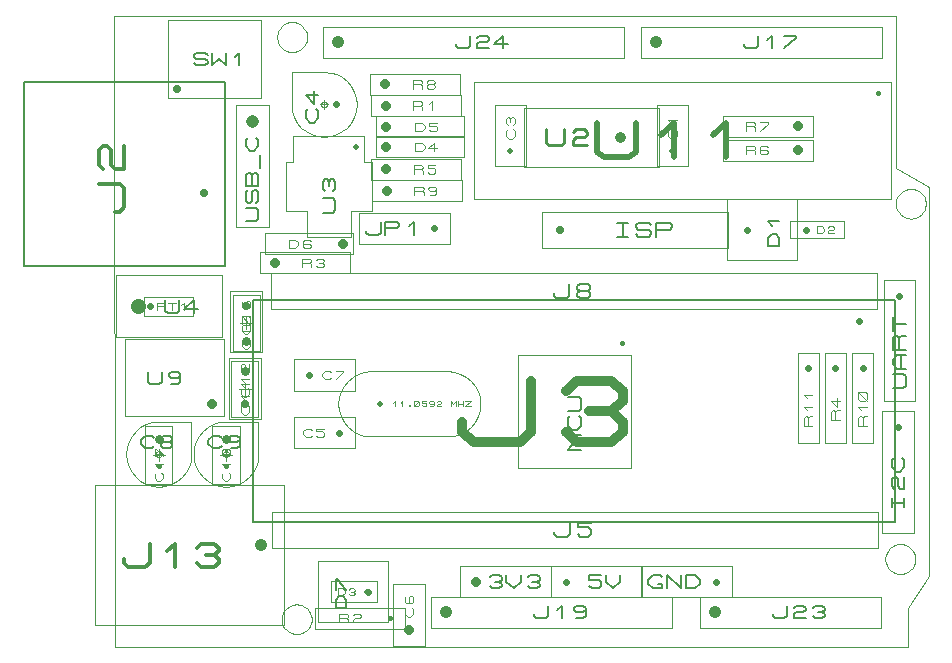
<source format=gbr>
G04 PROTEUS GERBER X2 FILE*
%TF.GenerationSoftware,Labcenter,Proteus,8.17-SP5-Build39395*%
%TF.CreationDate,2026-01-10T11:00:32+00:00*%
%TF.FileFunction,AssemblyDrawing,Top*%
%TF.FilePolarity,Positive*%
%TF.Part,Single*%
%TF.SameCoordinates,{bf2e7aaa-9c56-4ce5-bc4f-43878dba84a3}*%
%FSLAX45Y45*%
%MOMM*%
G01*
%TA.AperFunction,Material*%
%ADD114C,0.050000*%
%ADD115C,0.196630*%
%ADD56C,0.152400*%
%ADD116C,0.609600*%
%ADD117C,0.862680*%
%ADD118C,0.025400*%
%ADD119C,0.450000*%
%ADD120C,0.179890*%
%ADD58C,0.101600*%
%ADD121C,1.016000*%
%ADD122C,0.325540*%
%ADD123C,0.721360*%
%ADD124C,0.113750*%
%ADD125C,0.812800*%
%ADD126C,0.175420*%
%ADD127C,0.110420*%
%ADD128C,0.103120*%
%ADD62C,0.100000*%
%ADD129C,1.260000*%
%ADD130C,0.178630*%
%ADD131C,0.111760*%
%ADD132C,0.508000*%
%ADD133C,0.116840*%
%ADD134C,0.914400*%
%ADD135C,0.222330*%
%ADD136C,0.452000*%
%ADD137C,0.483910*%
%ADD138C,0.600000*%
%ADD139C,0.170500*%
%ADD140C,0.564000*%
%ADD141C,0.154260*%
%ADD142C,0.091580*%
%ADD143C,0.177800*%
%TA.AperFunction,Profile*%
%ADD51C,0.101600*%
%TA.AperFunction,Material*%
%ADD144C,0.524000*%
%ADD145C,0.711200*%
%ADD146C,0.520000*%
%ADD147C,0.091110*%
%ADD148C,1.117600*%
%ADD149C,0.164730*%
%ADD150C,0.168990*%
%ADD151C,0.660400*%
%ADD152C,0.356950*%
%ADD153C,0.115140*%
%ADD154C,0.523240*%
%ADD155C,0.069580*%
%ADD156C,0.420000*%
%ADD157C,0.113450*%
%ADD158C,0.406400*%
%TD.AperFunction*%
D114*
X-2680000Y+5408000D02*
X-2680000Y+5712000D01*
X+2450000Y+5712000D01*
X+2450000Y+5408000D01*
X-2680000Y+5408000D01*
D115*
X-291968Y+5540336D02*
X-291968Y+5520673D01*
X-269847Y+5501010D01*
X-181363Y+5501010D01*
X-159242Y+5520673D01*
X-159242Y+5618989D01*
X+17726Y+5618989D02*
X-92879Y+5618989D01*
X-92879Y+5579663D01*
X-4395Y+5579663D01*
X+17726Y+5560000D01*
X+17726Y+5520673D01*
X-4395Y+5501010D01*
X-70758Y+5501010D01*
X-92879Y+5520673D01*
D56*
X-2837963Y+7501800D02*
X+2597637Y+7501800D01*
X+2597637Y+5622200D01*
X-2837963Y+5622200D01*
X-2837963Y+7501800D01*
X+2597637Y+7501800D01*
X+2597637Y+5622200D01*
X-2837963Y+5622200D01*
X-2837963Y+7501800D01*
D116*
X+2292837Y+7324000D02*
X+2292837Y+7324000D01*
D117*
X-1068029Y+6475732D02*
X-1068029Y+6389463D01*
X-970977Y+6303195D01*
X-582769Y+6303195D01*
X-485717Y+6389463D01*
X-485717Y+6820806D01*
X-194561Y+6734537D02*
X-97509Y+6820806D01*
X+193647Y+6820806D01*
X+290699Y+6734537D01*
X+290699Y+6648269D01*
X+193647Y+6562000D01*
X+290699Y+6475732D01*
X+290699Y+6389463D01*
X+193647Y+6303195D01*
X-97509Y+6303195D01*
X-194561Y+6389463D01*
X-457Y+6562000D02*
X+193647Y+6562000D01*
D114*
X+2445000Y+7732000D02*
X+2445000Y+7428000D01*
X-2685000Y+7428000D01*
X-2685000Y+7732000D01*
X+2445000Y+7732000D01*
D115*
X-296968Y+7560336D02*
X-296968Y+7540673D01*
X-274847Y+7521010D01*
X-186363Y+7521010D01*
X-164242Y+7540673D01*
X-164242Y+7638989D01*
X-75758Y+7580000D02*
X-97879Y+7599663D01*
X-97879Y+7619326D01*
X-75758Y+7638989D01*
X-9395Y+7638989D01*
X+12726Y+7619326D01*
X+12726Y+7599663D01*
X-9395Y+7580000D01*
X-75758Y+7580000D01*
X-97879Y+7560336D01*
X-97879Y+7540673D01*
X-75758Y+7521010D01*
X-9395Y+7521010D01*
X+12726Y+7540673D01*
X+12726Y+7560336D01*
X-9395Y+7580000D01*
D118*
X-600163Y+6082000D02*
X+359837Y+6082000D01*
X+359837Y+7042000D01*
X-600163Y+7042000D01*
X-600163Y+6082000D01*
D119*
X+279837Y+7142000D02*
X+279837Y+7142000D01*
D120*
X-66194Y+6238186D02*
X-174132Y+6238186D01*
X-120163Y+6298901D01*
X-174132Y+6359616D01*
X-66194Y+6359616D01*
X-84184Y+6521523D02*
X-66194Y+6501284D01*
X-66194Y+6440569D01*
X-102173Y+6400093D01*
X-138153Y+6400093D01*
X-174132Y+6440569D01*
X-174132Y+6501284D01*
X-156142Y+6521523D01*
X-174132Y+6562000D02*
X-84184Y+6562000D01*
X-66194Y+6582238D01*
X-66194Y+6663191D01*
X-84184Y+6683430D01*
X-174132Y+6683430D01*
X-138153Y+6764383D02*
X-174132Y+6804860D01*
X-66194Y+6804860D01*
D58*
X-4175080Y+4752200D02*
X-2579500Y+4752200D01*
X-2579500Y+5935080D01*
X-4175080Y+5935080D01*
X-4175080Y+4752200D01*
D121*
X-2770000Y+5430000D02*
X-2770000Y+5430000D01*
D122*
X-3937423Y+5311085D02*
X-3937423Y+5278531D01*
X-3900800Y+5245976D01*
X-3754305Y+5245976D01*
X-3717682Y+5278531D01*
X-3717682Y+5441303D01*
X-3571187Y+5376194D02*
X-3497940Y+5441303D01*
X-3497940Y+5245976D01*
X-3314822Y+5408748D02*
X-3278198Y+5441303D01*
X-3168327Y+5441303D01*
X-3131704Y+5408748D01*
X-3131704Y+5376194D01*
X-3168327Y+5343640D01*
X-3131704Y+5311085D01*
X-3131704Y+5278531D01*
X-3168327Y+5245976D01*
X-3278198Y+5245976D01*
X-3314822Y+5278531D01*
X-3241575Y+5343640D02*
X-3168327Y+5343640D01*
D114*
X-3025000Y+6985000D02*
X-3025000Y+6515000D01*
X-2795000Y+6515000D01*
X-2795000Y+6985000D01*
X-3025000Y+6985000D01*
X-2860000Y+6750000D02*
X-2960000Y+6750000D01*
X-2910000Y+6700000D02*
X-2910000Y+6800000D01*
D123*
X-2910000Y+6900000D02*
X-2910000Y+6900000D01*
D124*
X-2887249Y+6611430D02*
X-2875873Y+6598633D01*
X-2875873Y+6560240D01*
X-2898624Y+6534645D01*
X-2921376Y+6534645D01*
X-2944127Y+6560240D01*
X-2944127Y+6598633D01*
X-2932751Y+6611430D01*
X-2921376Y+6662621D02*
X-2944127Y+6688216D01*
X-2875873Y+6688216D01*
X-2921376Y+6765002D02*
X-2944127Y+6790597D01*
X-2875873Y+6790597D01*
D58*
X-3921520Y+6520940D02*
X-3088400Y+6520940D01*
X-3088400Y+7171180D01*
X-3921520Y+7171180D01*
X-3921520Y+6520940D01*
D125*
X-3190000Y+6620000D02*
X-3190000Y+6620000D01*
D126*
X-3733966Y+6898689D02*
X-3733966Y+6810974D01*
X-3714231Y+6793431D01*
X-3635288Y+6793431D01*
X-3615552Y+6810974D01*
X-3615552Y+6898689D01*
X-3457666Y+6863603D02*
X-3477402Y+6846060D01*
X-3536609Y+6846060D01*
X-3556345Y+6863603D01*
X-3556345Y+6881146D01*
X-3536609Y+6898689D01*
X-3477402Y+6898689D01*
X-3457666Y+6881146D01*
X-3457666Y+6810974D01*
X-3477402Y+6793431D01*
X-3536609Y+6793431D01*
D114*
X-3755000Y+6440000D02*
X-3755000Y+5950000D01*
X-3525000Y+5950000D01*
X-3525000Y+6440000D01*
X-3755000Y+6440000D01*
X-3590000Y+6195000D02*
X-3690000Y+6195000D01*
X-3640000Y+6145000D02*
X-3640000Y+6245000D01*
D123*
X-3640000Y+6325000D02*
X-3640000Y+6325000D01*
D127*
X-3617915Y+6043680D02*
X-3606872Y+6031258D01*
X-3606872Y+5993990D01*
X-3628957Y+5969145D01*
X-3651042Y+5969145D01*
X-3673127Y+5993990D01*
X-3673127Y+6031258D01*
X-3662084Y+6043680D01*
X-3651042Y+6093371D02*
X-3673127Y+6118216D01*
X-3606872Y+6118216D01*
X-3673127Y+6180329D02*
X-3673127Y+6242442D01*
X-3662084Y+6242442D01*
X-3606872Y+6180329D01*
D114*
X-3185000Y+6440000D02*
X-3185000Y+5950000D01*
X-2955000Y+5950000D01*
X-2955000Y+6440000D01*
X-3185000Y+6440000D01*
X-3020000Y+6195000D02*
X-3120000Y+6195000D01*
X-3070000Y+6145000D02*
X-3070000Y+6245000D01*
D123*
X-3070000Y+6325000D02*
X-3070000Y+6325000D01*
D127*
X-3047915Y+6043680D02*
X-3036872Y+6031258D01*
X-3036872Y+5993990D01*
X-3058957Y+5969145D01*
X-3081042Y+5969145D01*
X-3103127Y+5993990D01*
X-3103127Y+6031258D01*
X-3092084Y+6043680D01*
X-3081042Y+6093371D02*
X-3103127Y+6118216D01*
X-3036872Y+6118216D01*
X-3070000Y+6192752D02*
X-3081042Y+6180329D01*
X-3092084Y+6180329D01*
X-3103127Y+6192752D01*
X-3103127Y+6230020D01*
X-3092084Y+6242442D01*
X-3081042Y+6242442D01*
X-3070000Y+6230020D01*
X-3070000Y+6192752D01*
X-3058957Y+6180329D01*
X-3047915Y+6180329D01*
X-3036872Y+6192752D01*
X-3036872Y+6230020D01*
X-3047915Y+6242442D01*
X-3058957Y+6242442D01*
X-3070000Y+6230020D01*
D58*
X-3765760Y+7371260D02*
X-3349200Y+7371260D01*
X-3349200Y+7528740D01*
X-3765760Y+7528740D01*
X-3765760Y+7371260D01*
D116*
X-3714960Y+7450000D02*
X-3714960Y+7450000D01*
D128*
X-3656056Y+7419062D02*
X-3656056Y+7480937D01*
X-3598050Y+7480937D01*
X-3586448Y+7470624D01*
X-3586448Y+7460312D01*
X-3598050Y+7450000D01*
X-3656056Y+7450000D01*
X-3598050Y+7450000D02*
X-3586448Y+7439687D01*
X-3586448Y+7419062D01*
X-3563245Y+7480937D02*
X-3493637Y+7480937D01*
X-3528441Y+7480937D02*
X-3528441Y+7419062D01*
X-3447232Y+7460312D02*
X-3424029Y+7480937D01*
X-3424029Y+7419062D01*
D62*
X-4002000Y+7188000D02*
X-3102000Y+7188000D01*
X-3102000Y+7712000D01*
X-4002000Y+7712000D01*
X-4002000Y+7188000D01*
D129*
X-3814000Y+7450000D02*
X-3814000Y+7450000D01*
D130*
X-3584770Y+7503590D02*
X-3584770Y+7414273D01*
X-3564674Y+7396409D01*
X-3484289Y+7396409D01*
X-3464193Y+7414273D01*
X-3464193Y+7503590D01*
X-3303423Y+7432136D02*
X-3424000Y+7432136D01*
X-3343615Y+7503590D01*
X-3343615Y+7396409D01*
D58*
X-1652080Y+4577920D02*
X-1387920Y+4577920D01*
X-1387920Y+5096080D01*
X-1652080Y+5096080D01*
X-1652080Y+4577920D01*
D125*
X-1520000Y+4710000D02*
X-1520000Y+4710000D01*
D131*
X-1497648Y+4898214D02*
X-1486472Y+4885641D01*
X-1486472Y+4847922D01*
X-1508824Y+4822776D01*
X-1531176Y+4822776D01*
X-1553528Y+4847922D01*
X-1553528Y+4885641D01*
X-1542352Y+4898214D01*
X-1542352Y+4998798D02*
X-1553528Y+4986225D01*
X-1553528Y+4948506D01*
X-1542352Y+4935933D01*
X-1497648Y+4935933D01*
X-1486472Y+4948506D01*
X-1486472Y+4986225D01*
X-1497648Y+4998798D01*
X-1508824Y+4998798D01*
X-1520000Y+4986225D01*
X-1520000Y+4935933D01*
D58*
X-794080Y+8636920D02*
X-529920Y+8636920D01*
X-529920Y+9155080D01*
X-794080Y+9155080D01*
X-794080Y+8636920D01*
D132*
X-662000Y+8769000D02*
X-662000Y+8769000D01*
D133*
X-638632Y+8948451D02*
X-626948Y+8935306D01*
X-626948Y+8895873D01*
X-650316Y+8869584D01*
X-673684Y+8869584D01*
X-697052Y+8895873D01*
X-697052Y+8935306D01*
X-685368Y+8948451D01*
X-685368Y+8987884D02*
X-697052Y+9001029D01*
X-697052Y+9040462D01*
X-685368Y+9053607D01*
X-673684Y+9053607D01*
X-662000Y+9040462D01*
X-650316Y+9053607D01*
X-638632Y+9053607D01*
X-626948Y+9040462D01*
X-626948Y+9001029D01*
X-638632Y+8987884D01*
X-662000Y+9014173D02*
X-662000Y+9040462D01*
D58*
X-545695Y+8634387D02*
X+596905Y+8634387D01*
X+596905Y+9129613D01*
X-545695Y+9129613D01*
X-545695Y+8634387D01*
D134*
X+269605Y+8882000D02*
X+269605Y+8882000D01*
D135*
X-361002Y+8948699D02*
X-361002Y+8837534D01*
X-335990Y+8815301D01*
X-235942Y+8815301D01*
X-210930Y+8837534D01*
X-210930Y+8948699D01*
X-135893Y+8926466D02*
X-110881Y+8948699D01*
X-35845Y+8948699D01*
X-10833Y+8926466D01*
X-10833Y+8904233D01*
X-35845Y+8882000D01*
X-110881Y+8882000D01*
X-135893Y+8859767D01*
X-135893Y+8815301D01*
X-10833Y+8815301D01*
D114*
X-970000Y+8363000D02*
X+2560000Y+8363000D01*
X+2560000Y+9351000D01*
X-970000Y+9351000D01*
X-970000Y+8363000D01*
D136*
X+2446000Y+9254000D02*
X+2446000Y+9254000D01*
D137*
X+72170Y+9002173D02*
X+72170Y+8760217D01*
X+126610Y+8711826D01*
X+344370Y+8711826D01*
X+398810Y+8760217D01*
X+398810Y+9002173D01*
X+616570Y+8905391D02*
X+725450Y+9002173D01*
X+725450Y+8711826D01*
X+1052090Y+8905391D02*
X+1160970Y+9002173D01*
X+1160970Y+8711826D01*
D114*
X-2215000Y+9160000D02*
X-2215086Y+9162076D01*
X-2215788Y+9166229D01*
X-2217258Y+9170382D01*
X-2219660Y+9174535D01*
X-2223333Y+9178634D01*
X-2227486Y+9181643D01*
X-2231639Y+9183560D01*
X-2235792Y+9184643D01*
X-2239945Y+9185000D01*
X-2240000Y+9185000D01*
X-2265000Y+9160000D02*
X-2264914Y+9162076D01*
X-2264212Y+9166229D01*
X-2262742Y+9170382D01*
X-2260340Y+9174535D01*
X-2256667Y+9178634D01*
X-2252514Y+9181643D01*
X-2248361Y+9183560D01*
X-2244208Y+9184643D01*
X-2240055Y+9185000D01*
X-2240000Y+9185000D01*
X-2265000Y+9160000D02*
X-2264914Y+9157924D01*
X-2264212Y+9153771D01*
X-2262742Y+9149618D01*
X-2260340Y+9145465D01*
X-2256667Y+9141366D01*
X-2252514Y+9138357D01*
X-2248361Y+9136440D01*
X-2244208Y+9135357D01*
X-2240055Y+9135000D01*
X-2240000Y+9135000D01*
X-2215000Y+9160000D02*
X-2215086Y+9157924D01*
X-2215788Y+9153771D01*
X-2217258Y+9149618D01*
X-2219660Y+9145465D01*
X-2223333Y+9141366D01*
X-2227486Y+9138357D01*
X-2231639Y+9136440D01*
X-2235792Y+9135357D01*
X-2239945Y+9135000D01*
X-2240000Y+9135000D01*
X-2205000Y+9160000D02*
X-2275000Y+9160000D01*
X-2240000Y+9195000D02*
X-2240000Y+9125000D01*
X-2515000Y+9435000D02*
X-2515000Y+9160000D01*
X-2509528Y+9103772D01*
X-2493784Y+9051773D01*
X-2468775Y+9005011D01*
X-2435508Y+8964492D01*
X-2394990Y+8931225D01*
X-2348227Y+8906216D01*
X-2296228Y+8890472D01*
X-2240000Y+8885000D01*
X-2183772Y+8890472D01*
X-2131773Y+8906216D01*
X-2085010Y+8931225D01*
X-2044492Y+8964492D01*
X-2011225Y+9005011D01*
X-1986216Y+9051773D01*
X-1970472Y+9103772D01*
X-1965000Y+9160000D01*
X-1970472Y+9216228D01*
X-1986216Y+9268227D01*
X-2011225Y+9314989D01*
X-2044492Y+9355508D01*
X-2085010Y+9388775D01*
X-2131773Y+9413784D01*
X-2183772Y+9429528D01*
X-2240000Y+9435000D01*
X-2515000Y+9435000D01*
D138*
X-2140000Y+9160000D02*
X-2140000Y+9160000D01*
D139*
X-2309650Y+9121637D02*
X-2292600Y+9102456D01*
X-2292600Y+9044912D01*
X-2326700Y+9006550D01*
X-2360800Y+9006550D01*
X-2394900Y+9044912D01*
X-2394900Y+9102456D01*
X-2377850Y+9121637D01*
X-2326700Y+9275087D02*
X-2326700Y+9160000D01*
X-2394900Y+9236725D01*
X-2292600Y+9236725D01*
D58*
X-1800900Y+8711100D02*
X-1051100Y+8711100D01*
X-1051100Y+8888900D01*
X-1800900Y+8888900D01*
X-1800900Y+8711100D01*
D125*
X-1712000Y+8800000D02*
X-1712000Y+8800000D01*
D133*
X-1466842Y+8764796D02*
X-1466842Y+8835204D01*
X-1414036Y+8835204D01*
X-1387633Y+8811735D01*
X-1387633Y+8788265D01*
X-1414036Y+8764796D01*
X-1466842Y+8764796D01*
X-1282021Y+8788265D02*
X-1361230Y+8788265D01*
X-1308424Y+8835204D01*
X-1308424Y+8764796D01*
D58*
X-1841000Y+8520698D02*
X-1079000Y+8520698D01*
X-1079000Y+8698498D01*
X-1841000Y+8698498D01*
X-1841000Y+8520698D01*
D125*
X-1714000Y+8609598D02*
X-1714000Y+8609598D01*
D133*
X-1481792Y+8574394D02*
X-1481792Y+8644802D01*
X-1415785Y+8644802D01*
X-1402583Y+8633067D01*
X-1402583Y+8621333D01*
X-1415785Y+8609598D01*
X-1481792Y+8609598D01*
X-1415785Y+8609598D02*
X-1402583Y+8597863D01*
X-1402583Y+8574394D01*
X-1296971Y+8644802D02*
X-1362979Y+8644802D01*
X-1362979Y+8621333D01*
X-1310173Y+8621333D01*
X-1296971Y+8609598D01*
X-1296971Y+8586129D01*
X-1310173Y+8574394D01*
X-1349777Y+8574394D01*
X-1362979Y+8586129D01*
D58*
X+577920Y+8637920D02*
X+842080Y+8637920D01*
X+842080Y+9156080D01*
X+577920Y+9156080D01*
X+577920Y+8637920D01*
D132*
X+710000Y+8770000D02*
X+710000Y+8770000D01*
D133*
X+733368Y+8949451D02*
X+745052Y+8936306D01*
X+745052Y+8896873D01*
X+721684Y+8870584D01*
X+698316Y+8870584D01*
X+674948Y+8896873D01*
X+674948Y+8936306D01*
X+686632Y+8949451D01*
X+698316Y+9002029D02*
X+674948Y+9028318D01*
X+745052Y+9028318D01*
D58*
X-1845000Y+9061100D02*
X-1083000Y+9061100D01*
X-1083000Y+9238900D01*
X-1845000Y+9238900D01*
X-1845000Y+9061100D01*
D125*
X-1718000Y+9150000D02*
X-1718000Y+9150000D01*
D133*
X-1485792Y+9114796D02*
X-1485792Y+9185204D01*
X-1419785Y+9185204D01*
X-1406583Y+9173469D01*
X-1406583Y+9161735D01*
X-1419785Y+9150000D01*
X-1485792Y+9150000D01*
X-1419785Y+9150000D02*
X-1406583Y+9138265D01*
X-1406583Y+9114796D01*
X-1353777Y+9161735D02*
X-1327374Y+9185204D01*
X-1327374Y+9114796D01*
D58*
X-1800900Y+8881100D02*
X-1051100Y+8881100D01*
X-1051100Y+9058900D01*
X-1800900Y+9058900D01*
X-1800900Y+8881100D01*
D125*
X-1712000Y+8970000D02*
X-1712000Y+8970000D01*
D133*
X-1466842Y+8934796D02*
X-1466842Y+9005204D01*
X-1414036Y+9005204D01*
X-1387633Y+8981735D01*
X-1387633Y+8958265D01*
X-1414036Y+8934796D01*
X-1466842Y+8934796D01*
X-1282021Y+9005204D02*
X-1348029Y+9005204D01*
X-1348029Y+8981735D01*
X-1295223Y+8981735D01*
X-1282021Y+8970000D01*
X-1282021Y+8946531D01*
X-1295223Y+8934796D01*
X-1334827Y+8934796D01*
X-1348029Y+8946531D01*
D62*
X+1169000Y+7841000D02*
X+1765000Y+7841000D01*
X+1765000Y+8359000D01*
X+1169000Y+8359000D01*
X+1169000Y+7841000D01*
D140*
X+1340000Y+8100000D02*
X+1340000Y+8100000D01*
D141*
X+1615378Y+7961166D02*
X+1522822Y+7961166D01*
X+1522822Y+8030583D01*
X+1553674Y+8065291D01*
X+1584526Y+8065291D01*
X+1615378Y+8030583D01*
X+1615378Y+7961166D01*
X+1553674Y+8134708D02*
X+1522822Y+8169417D01*
X+1615378Y+8169417D01*
D58*
X+1705000Y+8029500D02*
X+2164500Y+8029500D01*
X+2164500Y+8170500D01*
X+1705000Y+8170500D01*
X+1705000Y+8029500D01*
D140*
X+1840000Y+8100000D02*
X+1840000Y+8100000D01*
D142*
X+1933921Y+8072523D02*
X+1933921Y+8127476D01*
X+1975135Y+8127476D01*
X+1995742Y+8109158D01*
X+1995742Y+8090841D01*
X+1975135Y+8072523D01*
X+1933921Y+8072523D01*
X+2026653Y+8118317D02*
X+2036957Y+8127476D01*
X+2067868Y+8127476D01*
X+2078171Y+8118317D01*
X+2078171Y+8109158D01*
X+2067868Y+8100000D01*
X+2036957Y+8100000D01*
X+2026653Y+8090841D01*
X+2026653Y+8072523D01*
X+2078171Y+8072523D01*
D58*
X-2250806Y+9555920D02*
X+299354Y+9555920D01*
X+299354Y+9820080D01*
X-2250806Y+9820080D01*
X-2250806Y+9555920D01*
D121*
X-2118726Y+9688000D02*
X-2118726Y+9688000D01*
D143*
X-1124316Y+9670220D02*
X-1124316Y+9652440D01*
X-1104314Y+9634660D01*
X-1024304Y+9634660D01*
X-1004301Y+9652440D01*
X-1004301Y+9741340D01*
X-944294Y+9723560D02*
X-924291Y+9741340D01*
X-864284Y+9741340D01*
X-844281Y+9723560D01*
X-844281Y+9705780D01*
X-864284Y+9688000D01*
X-924291Y+9688000D01*
X-944294Y+9670220D01*
X-944294Y+9634660D01*
X-844281Y+9634660D01*
X-684261Y+9670220D02*
X-804276Y+9670220D01*
X-724266Y+9741340D01*
X-724266Y+9634660D01*
D58*
X+441594Y+9555920D02*
X+2483754Y+9555920D01*
X+2483754Y+9820080D01*
X+441594Y+9820080D01*
X+441594Y+9555920D01*
D121*
X+573674Y+9688000D02*
X+573674Y+9688000D01*
D143*
X+1314084Y+9670220D02*
X+1314084Y+9652440D01*
X+1334086Y+9634660D01*
X+1414096Y+9634660D01*
X+1434099Y+9652440D01*
X+1434099Y+9741340D01*
X+1514109Y+9705780D02*
X+1554114Y+9741340D01*
X+1554114Y+9634660D01*
X+1654126Y+9741340D02*
X+1754139Y+9741340D01*
X+1754139Y+9723560D01*
X+1654126Y+9634660D01*
D58*
X-1336406Y+4729920D02*
X+705754Y+4729920D01*
X+705754Y+4994080D01*
X-1336406Y+4994080D01*
X-1336406Y+4729920D01*
D121*
X-1204326Y+4862000D02*
X-1204326Y+4862000D01*
D143*
X-463916Y+4844220D02*
X-463916Y+4826440D01*
X-443914Y+4808660D01*
X-363904Y+4808660D01*
X-343901Y+4826440D01*
X-343901Y+4915340D01*
X-263891Y+4879780D02*
X-223886Y+4915340D01*
X-223886Y+4808660D01*
X-23861Y+4879780D02*
X-43864Y+4862000D01*
X-103871Y+4862000D01*
X-123874Y+4879780D01*
X-123874Y+4897560D01*
X-103871Y+4915340D01*
X-43864Y+4915340D01*
X-23861Y+4897560D01*
X-23861Y+4826440D01*
X-43864Y+4808660D01*
X-103871Y+4808660D01*
D58*
X+939594Y+4729920D02*
X+2473754Y+4729920D01*
X+2473754Y+4994080D01*
X+939594Y+4994080D01*
X+939594Y+4729920D01*
D121*
X+1071674Y+4862000D02*
X+1071674Y+4862000D01*
D143*
X+1558084Y+4844220D02*
X+1558084Y+4826440D01*
X+1578086Y+4808660D01*
X+1658096Y+4808660D01*
X+1678099Y+4826440D01*
X+1678099Y+4915340D01*
X+1738106Y+4897560D02*
X+1758109Y+4915340D01*
X+1818116Y+4915340D01*
X+1838119Y+4897560D01*
X+1838119Y+4879780D01*
X+1818116Y+4862000D01*
X+1758109Y+4862000D01*
X+1738106Y+4844220D01*
X+1738106Y+4808660D01*
X+1838119Y+4808660D01*
X+1898126Y+4897560D02*
X+1918129Y+4915340D01*
X+1978136Y+4915340D01*
X+1998139Y+4897560D01*
X+1998139Y+4879780D01*
X+1978136Y+4862000D01*
X+1998139Y+4844220D01*
X+1998139Y+4826440D01*
X+1978136Y+4808660D01*
X+1918129Y+4808660D01*
X+1898126Y+4826440D01*
X+1938131Y+4862000D02*
X+1978136Y+4862000D01*
D51*
X+2700000Y+4900000D02*
X+2880000Y+5170000D01*
X+2700000Y+4570000D02*
X-4010000Y+4570000D01*
X-4020000Y+9910000D01*
X+2600000Y+9910000D01*
X+2600000Y+8620000D01*
X+2880000Y+8460000D01*
X+2880000Y+5170000D01*
X-2384640Y+9730249D02*
X-2385066Y+9740627D01*
X-2388528Y+9761385D01*
X-2395763Y+9782143D01*
X-2407557Y+9802901D01*
X-2425602Y+9823498D01*
X-2446360Y+9838972D01*
X-2467118Y+9848925D01*
X-2487876Y+9854691D01*
X-2508634Y+9856842D01*
X-2511260Y+9856869D01*
X-2637880Y+9730249D02*
X-2637454Y+9740627D01*
X-2633992Y+9761385D01*
X-2626757Y+9782143D01*
X-2614963Y+9802901D01*
X-2596918Y+9823498D01*
X-2576160Y+9838972D01*
X-2555402Y+9848925D01*
X-2534644Y+9854691D01*
X-2513886Y+9856842D01*
X-2511260Y+9856869D01*
X-2637880Y+9730249D02*
X-2637454Y+9719871D01*
X-2633992Y+9699113D01*
X-2626757Y+9678355D01*
X-2614963Y+9657597D01*
X-2596918Y+9637000D01*
X-2576160Y+9621526D01*
X-2555402Y+9611573D01*
X-2534644Y+9605807D01*
X-2513886Y+9603656D01*
X-2511260Y+9603629D01*
X-2384640Y+9730249D02*
X-2385066Y+9719871D01*
X-2388528Y+9699113D01*
X-2395763Y+9678355D01*
X-2407557Y+9657597D01*
X-2425602Y+9637000D01*
X-2446360Y+9621526D01*
X-2467118Y+9611573D01*
X-2487876Y+9605807D01*
X-2508634Y+9603656D01*
X-2511260Y+9603629D01*
X+2765360Y+5310249D02*
X+2764934Y+5320627D01*
X+2761472Y+5341385D01*
X+2754237Y+5362143D01*
X+2742443Y+5382901D01*
X+2724398Y+5403498D01*
X+2703640Y+5418972D01*
X+2682882Y+5428925D01*
X+2662124Y+5434691D01*
X+2641366Y+5436842D01*
X+2638740Y+5436869D01*
X+2512120Y+5310249D02*
X+2512546Y+5320627D01*
X+2516008Y+5341385D01*
X+2523243Y+5362143D01*
X+2535037Y+5382901D01*
X+2553082Y+5403498D01*
X+2573840Y+5418972D01*
X+2594598Y+5428925D01*
X+2615356Y+5434691D01*
X+2636114Y+5436842D01*
X+2638740Y+5436869D01*
X+2512120Y+5310249D02*
X+2512546Y+5299871D01*
X+2516008Y+5279113D01*
X+2523243Y+5258355D01*
X+2535037Y+5237597D01*
X+2553082Y+5217000D01*
X+2573840Y+5201526D01*
X+2594598Y+5191573D01*
X+2615356Y+5185807D01*
X+2636114Y+5183656D01*
X+2638740Y+5183629D01*
X+2765360Y+5310249D02*
X+2764934Y+5299871D01*
X+2761472Y+5279113D01*
X+2754237Y+5258355D01*
X+2742443Y+5237597D01*
X+2724398Y+5217000D01*
X+2703640Y+5201526D01*
X+2682882Y+5191573D01*
X+2662124Y+5185807D01*
X+2641366Y+5183656D01*
X+2638740Y+5183629D01*
X-2344640Y+4800249D02*
X-2345066Y+4810627D01*
X-2348528Y+4831385D01*
X-2355763Y+4852143D01*
X-2367557Y+4872901D01*
X-2385602Y+4893498D01*
X-2406360Y+4908972D01*
X-2427118Y+4918925D01*
X-2447876Y+4924691D01*
X-2468634Y+4926842D01*
X-2471260Y+4926869D01*
X-2597880Y+4800249D02*
X-2597454Y+4810627D01*
X-2593992Y+4831385D01*
X-2586757Y+4852143D01*
X-2574963Y+4872901D01*
X-2556918Y+4893498D01*
X-2536160Y+4908972D01*
X-2515402Y+4918925D01*
X-2494644Y+4924691D01*
X-2473886Y+4926842D01*
X-2471260Y+4926869D01*
X-2597880Y+4800249D02*
X-2597454Y+4789871D01*
X-2593992Y+4769113D01*
X-2586757Y+4748355D01*
X-2574963Y+4727597D01*
X-2556918Y+4707000D01*
X-2536160Y+4691526D01*
X-2515402Y+4681573D01*
X-2494644Y+4675807D01*
X-2473886Y+4673656D01*
X-2471260Y+4673629D01*
X-2344640Y+4800249D02*
X-2345066Y+4789871D01*
X-2348528Y+4769113D01*
X-2355763Y+4748355D01*
X-2367557Y+4727597D01*
X-2385602Y+4707000D01*
X-2406360Y+4691526D01*
X-2427118Y+4681573D01*
X-2447876Y+4675807D01*
X-2468634Y+4673656D01*
X-2471260Y+4673629D01*
X+2855396Y+8320499D02*
X+2854970Y+8330877D01*
X+2851508Y+8351635D01*
X+2844273Y+8372393D01*
X+2832479Y+8393151D01*
X+2814434Y+8413748D01*
X+2793676Y+8429222D01*
X+2772918Y+8439175D01*
X+2752160Y+8444941D01*
X+2731402Y+8447092D01*
X+2728776Y+8447119D01*
X+2602156Y+8320499D02*
X+2602582Y+8330877D01*
X+2606044Y+8351635D01*
X+2613279Y+8372393D01*
X+2625073Y+8393151D01*
X+2643118Y+8413748D01*
X+2663876Y+8429222D01*
X+2684634Y+8439175D01*
X+2705392Y+8444941D01*
X+2726150Y+8447092D01*
X+2728776Y+8447119D01*
X+2602156Y+8320499D02*
X+2602582Y+8310121D01*
X+2606044Y+8289363D01*
X+2613279Y+8268605D01*
X+2625073Y+8247847D01*
X+2643118Y+8227250D01*
X+2663876Y+8211776D01*
X+2684634Y+8201823D01*
X+2705392Y+8196057D01*
X+2726150Y+8193906D01*
X+2728776Y+8193879D01*
X+2855396Y+8320499D02*
X+2854970Y+8310121D01*
X+2851508Y+8289363D01*
X+2844273Y+8268605D01*
X+2832479Y+8247847D01*
X+2814434Y+8227250D01*
X+2793676Y+8211776D01*
X+2772918Y+8201823D01*
X+2752160Y+8196057D01*
X+2731402Y+8193906D01*
X+2728776Y+8193879D01*
X+2700000Y+4900000D02*
X+2700000Y+4570000D01*
D58*
X+2487920Y+5535920D02*
X+2752080Y+5535920D01*
X+2752080Y+6562080D01*
X+2487920Y+6562080D01*
X+2487920Y+5535920D01*
D116*
X+2620000Y+6430000D02*
X+2620000Y+6430000D01*
D143*
X+2566660Y+5747692D02*
X+2566660Y+5827702D01*
X+2566660Y+5787697D02*
X+2673340Y+5787697D01*
X+2673340Y+5747692D02*
X+2673340Y+5827702D01*
X+2584440Y+5907712D02*
X+2566660Y+5927715D01*
X+2566660Y+5987722D01*
X+2584440Y+6007725D01*
X+2602220Y+6007725D01*
X+2620000Y+5987722D01*
X+2620000Y+5927715D01*
X+2637780Y+5907712D01*
X+2673340Y+5907712D01*
X+2673340Y+6007725D01*
X+2655560Y+6167745D02*
X+2673340Y+6147742D01*
X+2673340Y+6087735D01*
X+2637780Y+6047730D01*
X+2602220Y+6047730D01*
X+2566660Y+6087735D01*
X+2566660Y+6147742D01*
X+2584440Y+6167745D01*
D58*
X+2497920Y+6647920D02*
X+2762080Y+6647920D01*
X+2762080Y+7674080D01*
X+2497920Y+7674080D01*
X+2497920Y+6647920D01*
D116*
X+2630000Y+7542000D02*
X+2630000Y+7542000D01*
D143*
X+2576660Y+6759680D02*
X+2665560Y+6759680D01*
X+2683340Y+6779682D01*
X+2683340Y+6859692D01*
X+2665560Y+6879695D01*
X+2576660Y+6879695D01*
X+2683340Y+6919700D02*
X+2612220Y+6919700D01*
X+2576660Y+6959705D01*
X+2576660Y+6999710D01*
X+2612220Y+7039715D01*
X+2683340Y+7039715D01*
X+2647780Y+6919700D02*
X+2647780Y+7039715D01*
X+2683340Y+7079720D02*
X+2576660Y+7079720D01*
X+2576660Y+7179732D01*
X+2594440Y+7199735D01*
X+2612220Y+7199735D01*
X+2630000Y+7179732D01*
X+2630000Y+7079720D01*
X+2630000Y+7179732D02*
X+2647780Y+7199735D01*
X+2683340Y+7199735D01*
X+2576660Y+7239740D02*
X+2576660Y+7359755D01*
X+2576660Y+7299747D02*
X+2683340Y+7299747D01*
D58*
X+439920Y+4987920D02*
X+1212080Y+4987920D01*
X+1212080Y+5252080D01*
X+439920Y+5252080D01*
X+439920Y+4987920D01*
D116*
X+1080000Y+5120000D02*
X+1080000Y+5120000D01*
D143*
X+584700Y+5102220D02*
X+624705Y+5102220D01*
X+624705Y+5066660D01*
X+544695Y+5066660D01*
X+504690Y+5102220D01*
X+504690Y+5137780D01*
X+544695Y+5173340D01*
X+604702Y+5173340D01*
X+624705Y+5155560D01*
X+664710Y+5066660D02*
X+664710Y+5173340D01*
X+784725Y+5066660D01*
X+784725Y+5173340D01*
X+824730Y+5066660D02*
X+824730Y+5173340D01*
X+904740Y+5173340D01*
X+944745Y+5137780D01*
X+944745Y+5102220D01*
X+904740Y+5066660D01*
X+824730Y+5066660D01*
D58*
X-1088080Y+4987920D02*
X-315920Y+4987920D01*
X-315920Y+5252080D01*
X-1088080Y+5252080D01*
X-1088080Y+4987920D01*
D125*
X-956000Y+5120000D02*
X-956000Y+5120000D01*
D143*
X-835668Y+5155560D02*
X-815665Y+5173340D01*
X-755658Y+5173340D01*
X-735655Y+5155560D01*
X-735655Y+5137780D01*
X-755658Y+5120000D01*
X-735655Y+5102220D01*
X-735655Y+5084440D01*
X-755658Y+5066660D01*
X-815665Y+5066660D01*
X-835668Y+5084440D01*
X-795663Y+5120000D02*
X-755658Y+5120000D01*
X-695650Y+5173340D02*
X-695650Y+5120000D01*
X-635643Y+5066660D01*
X-575635Y+5120000D01*
X-575635Y+5173340D01*
X-515628Y+5155560D02*
X-495625Y+5173340D01*
X-435618Y+5173340D01*
X-415615Y+5155560D01*
X-415615Y+5137780D01*
X-435618Y+5120000D01*
X-415615Y+5102220D01*
X-415615Y+5084440D01*
X-435618Y+5066660D01*
X-495625Y+5066660D01*
X-515628Y+5084440D01*
X-475623Y+5120000D02*
X-435618Y+5120000D01*
D58*
X-320080Y+4987920D02*
X+452080Y+4987920D01*
X+452080Y+5252080D01*
X-320080Y+5252080D01*
X-320080Y+4987920D01*
D116*
X-188000Y+5120000D02*
X-188000Y+5120000D01*
D143*
X+107275Y+5173340D02*
X+7262Y+5173340D01*
X+7262Y+5137780D01*
X+87272Y+5137780D01*
X+107275Y+5120000D01*
X+107275Y+5084440D01*
X+87272Y+5066660D01*
X+27265Y+5066660D01*
X+7262Y+5084440D01*
X+147280Y+5173340D02*
X+147280Y+5120000D01*
X+207287Y+5066660D01*
X+267295Y+5120000D01*
X+267295Y+5173340D01*
D58*
X-1946080Y+7977920D02*
X-1173920Y+7977920D01*
X-1173920Y+8242080D01*
X-1946080Y+8242080D01*
X-1946080Y+7977920D01*
D116*
X-1306000Y+8110000D02*
X-1306000Y+8110000D01*
D143*
X-1881310Y+8092220D02*
X-1881310Y+8074440D01*
X-1861308Y+8056660D01*
X-1781298Y+8056660D01*
X-1761295Y+8074440D01*
X-1761295Y+8163340D01*
X-1721290Y+8056660D02*
X-1721290Y+8163340D01*
X-1621278Y+8163340D01*
X-1601275Y+8145560D01*
X-1601275Y+8127780D01*
X-1621278Y+8110000D01*
X-1721290Y+8110000D01*
X-1521265Y+8127780D02*
X-1481260Y+8163340D01*
X-1481260Y+8056660D01*
D114*
X-1838000Y+8255000D02*
X-1838000Y+8677000D01*
X-1898010Y+8677000D01*
X-1898010Y+8891000D01*
X-2499990Y+8891000D01*
X-2499990Y+8677000D01*
X-2560000Y+8677000D01*
X-2560000Y+8255000D01*
X-2386000Y+8255000D01*
X-2386000Y+8041000D01*
X-2012000Y+8041000D01*
X-2012000Y+8255000D01*
X-1838000Y+8255000D01*
D144*
X-1970000Y+8800000D02*
X-1970000Y+8800000D01*
D120*
X-2253000Y+8244150D02*
X-2163000Y+8244150D01*
X-2145000Y+8264400D01*
X-2145000Y+8345400D01*
X-2163000Y+8365650D01*
X-2253000Y+8365650D01*
X-2235000Y+8426400D02*
X-2253000Y+8446650D01*
X-2253000Y+8507400D01*
X-2235000Y+8527650D01*
X-2217000Y+8527650D01*
X-2199000Y+8507400D01*
X-2181000Y+8527650D01*
X-2163000Y+8527650D01*
X-2145000Y+8507400D01*
X-2145000Y+8446650D01*
X-2163000Y+8426400D01*
X-2199000Y+8466900D02*
X-2199000Y+8507400D01*
D114*
X-396000Y+8252000D02*
X+1178000Y+8252000D01*
X+1178000Y+7948000D01*
X-396000Y+7948000D01*
X-396000Y+8252000D01*
D145*
X-244000Y+8100000D02*
X-244000Y+8100000D01*
D115*
X+242699Y+8158989D02*
X+331183Y+8158989D01*
X+286941Y+8158989D02*
X+286941Y+8041010D01*
X+242699Y+8041010D02*
X+331183Y+8041010D01*
X+397546Y+8060673D02*
X+419667Y+8041010D01*
X+508151Y+8041010D01*
X+530272Y+8060673D01*
X+530272Y+8080336D01*
X+508151Y+8100000D01*
X+419667Y+8100000D01*
X+397546Y+8119663D01*
X+397546Y+8139326D01*
X+419667Y+8158989D01*
X+508151Y+8158989D01*
X+530272Y+8139326D01*
X+574514Y+8041010D02*
X+574514Y+8158989D01*
X+685119Y+8158989D01*
X+707240Y+8139326D01*
X+707240Y+8119663D01*
X+685119Y+8100000D01*
X+574514Y+8100000D01*
D58*
X-1835000Y+8341100D02*
X-1073000Y+8341100D01*
X-1073000Y+8518900D01*
X-1835000Y+8518900D01*
X-1835000Y+8341100D01*
D125*
X-1708000Y+8430000D02*
X-1708000Y+8430000D01*
D133*
X-1475792Y+8394796D02*
X-1475792Y+8465204D01*
X-1409785Y+8465204D01*
X-1396583Y+8453469D01*
X-1396583Y+8441735D01*
X-1409785Y+8430000D01*
X-1475792Y+8430000D01*
X-1409785Y+8430000D02*
X-1396583Y+8418265D01*
X-1396583Y+8394796D01*
X-1290971Y+8441735D02*
X-1304173Y+8430000D01*
X-1343777Y+8430000D01*
X-1356979Y+8441735D01*
X-1356979Y+8453469D01*
X-1343777Y+8465204D01*
X-1304173Y+8465204D01*
X-1290971Y+8453469D01*
X-1290971Y+8406531D01*
X-1304173Y+8394796D01*
X-1343777Y+8394796D01*
D58*
X-1847000Y+9241100D02*
X-1085000Y+9241100D01*
X-1085000Y+9418900D01*
X-1847000Y+9418900D01*
X-1847000Y+9241100D01*
D125*
X-1720000Y+9330000D02*
X-1720000Y+9330000D01*
D133*
X-1487792Y+9294796D02*
X-1487792Y+9365204D01*
X-1421785Y+9365204D01*
X-1408583Y+9353469D01*
X-1408583Y+9341735D01*
X-1421785Y+9330000D01*
X-1487792Y+9330000D01*
X-1421785Y+9330000D02*
X-1408583Y+9318265D01*
X-1408583Y+9294796D01*
X-1355777Y+9330000D02*
X-1368979Y+9341735D01*
X-1368979Y+9353469D01*
X-1355777Y+9365204D01*
X-1316173Y+9365204D01*
X-1302971Y+9353469D01*
X-1302971Y+9341735D01*
X-1316173Y+9330000D01*
X-1355777Y+9330000D01*
X-1368979Y+9318265D01*
X-1368979Y+9306531D01*
X-1355777Y+9294796D01*
X-1316173Y+9294796D01*
X-1302971Y+9306531D01*
X-1302971Y+9318265D01*
X-1316173Y+9330000D01*
D114*
X-1792200Y+5124800D02*
X-2182200Y+5124800D01*
X-1792200Y+4944800D02*
X-2182200Y+4944800D01*
X-1792200Y+5124800D02*
X-1792200Y+4944800D01*
X-2182200Y+5124800D02*
X-2182200Y+4944800D01*
D146*
X-1875200Y+5034800D02*
X-1875200Y+5034800D01*
D147*
X-2124951Y+5007466D02*
X-2124951Y+5062134D01*
X-2083951Y+5062134D01*
X-2063451Y+5043911D01*
X-2063451Y+5025689D01*
X-2083951Y+5007466D01*
X-2124951Y+5007466D01*
X-2032700Y+5053023D02*
X-2022450Y+5062134D01*
X-1991700Y+5062134D01*
X-1981450Y+5053023D01*
X-1981450Y+5043911D01*
X-1991700Y+5034800D01*
X-1981450Y+5025689D01*
X-1981450Y+5016577D01*
X-1991700Y+5007466D01*
X-2022450Y+5007466D01*
X-2032700Y+5016577D01*
X-2012200Y+5034800D02*
X-1991700Y+5034800D01*
D58*
X+2001100Y+6295000D02*
X+2178900Y+6295000D01*
X+2178900Y+7057000D01*
X+2001100Y+7057000D01*
X+2001100Y+6295000D01*
D138*
X+2090000Y+6930000D02*
X+2090000Y+6930000D01*
D133*
X+2125204Y+6491888D02*
X+2054796Y+6491888D01*
X+2054796Y+6557895D01*
X+2066531Y+6571097D01*
X+2078265Y+6571097D01*
X+2090000Y+6557895D01*
X+2090000Y+6491888D01*
X+2090000Y+6557895D02*
X+2101735Y+6571097D01*
X+2125204Y+6571097D01*
X+2101735Y+6676709D02*
X+2101735Y+6597500D01*
X+2054796Y+6650306D01*
X+2125204Y+6650306D01*
D58*
X+2231100Y+6295000D02*
X+2408900Y+6295000D01*
X+2408900Y+7057000D01*
X+2231100Y+7057000D01*
X+2231100Y+6295000D01*
D138*
X+2320000Y+6930000D02*
X+2320000Y+6930000D01*
D133*
X+2355204Y+6439082D02*
X+2284796Y+6439082D01*
X+2284796Y+6505089D01*
X+2296531Y+6518291D01*
X+2308265Y+6518291D01*
X+2320000Y+6505089D01*
X+2320000Y+6439082D01*
X+2320000Y+6505089D02*
X+2331735Y+6518291D01*
X+2355204Y+6518291D01*
X+2308265Y+6571097D02*
X+2284796Y+6597500D01*
X+2355204Y+6597500D01*
X+2343469Y+6650306D02*
X+2296531Y+6650306D01*
X+2284796Y+6663507D01*
X+2284796Y+6716313D01*
X+2296531Y+6729515D01*
X+2343469Y+6729515D01*
X+2355204Y+6716313D01*
X+2355204Y+6663507D01*
X+2343469Y+6650306D01*
X+2355204Y+6650306D02*
X+2284796Y+6729515D01*
D58*
X+1771100Y+6295000D02*
X+1948900Y+6295000D01*
X+1948900Y+7057000D01*
X+1771100Y+7057000D01*
X+1771100Y+6295000D01*
D138*
X+1860000Y+6930000D02*
X+1860000Y+6930000D01*
D133*
X+1895204Y+6439082D02*
X+1824796Y+6439082D01*
X+1824796Y+6505089D01*
X+1836531Y+6518291D01*
X+1848265Y+6518291D01*
X+1860000Y+6505089D01*
X+1860000Y+6439082D01*
X+1860000Y+6505089D02*
X+1871735Y+6518291D01*
X+1895204Y+6518291D01*
X+1848265Y+6571097D02*
X+1824796Y+6597500D01*
X+1895204Y+6597500D01*
X+1848265Y+6676709D02*
X+1824796Y+6703112D01*
X+1895204Y+6703112D01*
D58*
X-2989700Y+8125920D02*
X-2710300Y+8125920D01*
X-2710300Y+9152080D01*
X-2989700Y+9152080D01*
X-2989700Y+8125920D01*
D148*
X-2850000Y+9020000D02*
X-2850000Y+9020000D01*
D149*
X-2899421Y+8174363D02*
X-2817053Y+8174363D01*
X-2800579Y+8192895D01*
X-2800579Y+8267027D01*
X-2817053Y+8285560D01*
X-2899421Y+8285560D01*
X-2817053Y+8322626D02*
X-2800579Y+8341158D01*
X-2800579Y+8415290D01*
X-2817053Y+8433823D01*
X-2833526Y+8433823D01*
X-2850000Y+8415290D01*
X-2850000Y+8341158D01*
X-2866474Y+8322626D01*
X-2882947Y+8322626D01*
X-2899421Y+8341158D01*
X-2899421Y+8415290D01*
X-2882947Y+8433823D01*
X-2800579Y+8470889D02*
X-2899421Y+8470889D01*
X-2899421Y+8563553D01*
X-2882947Y+8582086D01*
X-2866474Y+8582086D01*
X-2850000Y+8563553D01*
X-2833526Y+8582086D01*
X-2817053Y+8582086D01*
X-2800579Y+8563553D01*
X-2800579Y+8470889D01*
X-2850000Y+8470889D02*
X-2850000Y+8563553D01*
X-2784105Y+8619152D02*
X-2784105Y+8730349D01*
X-2817053Y+8878612D02*
X-2800579Y+8860079D01*
X-2800579Y+8804480D01*
X-2833526Y+8767415D01*
X-2866474Y+8767415D01*
X-2899421Y+8804480D01*
X-2899421Y+8860079D01*
X-2882947Y+8878612D01*
D58*
X-3561200Y+9217399D02*
X-2773800Y+9217399D01*
X-2773800Y+9877799D01*
X-3561200Y+9877799D01*
X-3561200Y+9217399D01*
D145*
X-3485000Y+9293599D02*
X-3485000Y+9293599D01*
D150*
X-3339761Y+9513800D02*
X-3320750Y+9496900D01*
X-3244703Y+9496900D01*
X-3225691Y+9513800D01*
X-3225691Y+9530699D01*
X-3244703Y+9547599D01*
X-3320750Y+9547599D01*
X-3339761Y+9564498D01*
X-3339761Y+9581397D01*
X-3320750Y+9598297D01*
X-3244703Y+9598297D01*
X-3225691Y+9581397D01*
X-3187667Y+9598297D02*
X-3187667Y+9496900D01*
X-3130632Y+9547599D01*
X-3073597Y+9496900D01*
X-3073597Y+9598297D01*
X-2997550Y+9564498D02*
X-2959526Y+9598297D01*
X-2959526Y+9496900D01*
D56*
X-3082200Y+7790200D02*
X-3082200Y+9349760D01*
X-4784000Y+9349760D01*
X-4784000Y+7790200D01*
X-3082200Y+7790200D02*
X-4784000Y+7790200D01*
X-4784000Y+9349760D01*
X-3082200Y+9349760D01*
X-3082200Y+7790200D01*
X-4784000Y+7790200D01*
D151*
X-3260000Y+8409960D02*
X-3260000Y+8409960D01*
D152*
X-4006624Y+8248722D02*
X-3970929Y+8248722D01*
X-3935233Y+8288879D01*
X-3935233Y+8449508D01*
X-3970929Y+8489665D01*
X-4149406Y+8489665D01*
X-4113710Y+8610137D02*
X-4149406Y+8650294D01*
X-4149406Y+8770766D01*
X-4113710Y+8810923D01*
X-4078015Y+8810923D01*
X-4042320Y+8770766D01*
X-4042320Y+8650294D01*
X-4006624Y+8610137D01*
X-3935233Y+8610137D01*
X-3935233Y+8810923D01*
D58*
X-2740900Y+7891100D02*
X-1991100Y+7891100D01*
X-1991100Y+8068900D01*
X-2740900Y+8068900D01*
X-2740900Y+7891100D01*
D125*
X-2080000Y+7980000D02*
X-2080000Y+7980000D01*
D133*
X-2536382Y+7944796D02*
X-2536382Y+8015204D01*
X-2483576Y+8015204D01*
X-2457173Y+7991735D01*
X-2457173Y+7968265D01*
X-2483576Y+7944796D01*
X-2536382Y+7944796D01*
X-2351561Y+8003469D02*
X-2364763Y+8015204D01*
X-2404367Y+8015204D01*
X-2417569Y+8003469D01*
X-2417569Y+7956531D01*
X-2404367Y+7944796D01*
X-2364763Y+7944796D01*
X-2351561Y+7956531D01*
X-2351561Y+7968265D01*
X-2364763Y+7980000D01*
X-2417569Y+7980000D01*
D58*
X-2785000Y+7731100D02*
X-2023000Y+7731100D01*
X-2023000Y+7908900D01*
X-2785000Y+7908900D01*
X-2785000Y+7731100D01*
D125*
X-2658000Y+7820000D02*
X-2658000Y+7820000D01*
D133*
X-2425792Y+7784796D02*
X-2425792Y+7855204D01*
X-2359785Y+7855204D01*
X-2346583Y+7843469D01*
X-2346583Y+7831735D01*
X-2359785Y+7820000D01*
X-2425792Y+7820000D01*
X-2359785Y+7820000D02*
X-2346583Y+7808265D01*
X-2346583Y+7784796D01*
X-2306979Y+7843469D02*
X-2293777Y+7855204D01*
X-2254173Y+7855204D01*
X-2240971Y+7843469D01*
X-2240971Y+7831735D01*
X-2254173Y+7820000D01*
X-2240971Y+7808265D01*
X-2240971Y+7796531D01*
X-2254173Y+7784796D01*
X-2293777Y+7784796D01*
X-2306979Y+7796531D01*
X-2280576Y+7820000D02*
X-2254173Y+7820000D01*
D58*
X-2496080Y+6247920D02*
X-1977920Y+6247920D01*
X-1977920Y+6512080D01*
X-2496080Y+6512080D01*
X-2496080Y+6247920D01*
D116*
X-2110000Y+6380000D02*
X-2110000Y+6380000D01*
D153*
X-2344188Y+6356970D02*
X-2357142Y+6345456D01*
X-2396004Y+6345456D01*
X-2421911Y+6368485D01*
X-2421911Y+6391514D01*
X-2396004Y+6414543D01*
X-2357142Y+6414543D01*
X-2344188Y+6403029D01*
X-2240557Y+6414543D02*
X-2305327Y+6414543D01*
X-2305327Y+6391514D01*
X-2253511Y+6391514D01*
X-2240557Y+6380000D01*
X-2240557Y+6356970D01*
X-2253511Y+6345456D01*
X-2292373Y+6345456D01*
X-2305327Y+6356970D01*
D58*
X-2496080Y+6737920D02*
X-1977920Y+6737920D01*
X-1977920Y+7002080D01*
X-2496080Y+7002080D01*
X-2496080Y+6737920D01*
D116*
X-2364000Y+6870000D02*
X-2364000Y+6870000D01*
D153*
X-2181628Y+6846970D02*
X-2194582Y+6835456D01*
X-2233444Y+6835456D01*
X-2259351Y+6858485D01*
X-2259351Y+6881514D01*
X-2233444Y+6904543D01*
X-2194582Y+6904543D01*
X-2181628Y+6893029D01*
X-2142767Y+6904543D02*
X-2077997Y+6904543D01*
X-2077997Y+6893029D01*
X-2142767Y+6835456D01*
D114*
X-1843241Y+6900759D02*
X-1193241Y+6900759D01*
X-1137826Y+6895171D01*
X-1086208Y+6879145D01*
X-1039496Y+6853787D01*
X-998795Y+6820205D01*
X-965213Y+6779504D01*
X-939855Y+6732792D01*
X-923829Y+6681174D01*
X-918241Y+6625759D01*
X-1843241Y+6900759D02*
X-1898656Y+6895171D01*
X-1950274Y+6879145D01*
X-1996986Y+6853787D01*
X-2037687Y+6820205D01*
X-2071269Y+6779504D01*
X-2096627Y+6732792D01*
X-2112653Y+6681174D01*
X-2118241Y+6625759D01*
X-2112653Y+6570344D01*
X-2096627Y+6518726D01*
X-2071269Y+6472014D01*
X-2037687Y+6431313D01*
X-1996986Y+6397731D01*
X-1950274Y+6372373D01*
X-1898656Y+6356347D01*
X-1843241Y+6350759D01*
X-918241Y+6625759D02*
X-923829Y+6570344D01*
X-939855Y+6518726D01*
X-965213Y+6472014D01*
X-998795Y+6431313D01*
X-1039496Y+6397731D01*
X-1086208Y+6372373D01*
X-1137826Y+6356347D01*
X-1193241Y+6350759D01*
X-1843241Y+6350759D01*
D154*
X-1762241Y+6625759D02*
X-1762241Y+6625759D01*
D155*
X-1654691Y+6632717D02*
X-1639035Y+6646634D01*
X-1639035Y+6604883D01*
X-1592066Y+6632717D02*
X-1576410Y+6646634D01*
X-1576410Y+6604883D01*
X-1521613Y+6611842D02*
X-1513785Y+6611842D01*
X-1513785Y+6604883D01*
X-1521613Y+6604883D01*
X-1521613Y+6611842D01*
X-1482472Y+6611842D02*
X-1482472Y+6639675D01*
X-1474644Y+6646634D01*
X-1443332Y+6646634D01*
X-1435504Y+6639675D01*
X-1435504Y+6611842D01*
X-1443332Y+6604883D01*
X-1474644Y+6604883D01*
X-1482472Y+6611842D01*
X-1482472Y+6604883D02*
X-1435504Y+6646634D01*
X-1372879Y+6646634D02*
X-1412019Y+6646634D01*
X-1412019Y+6632717D01*
X-1380707Y+6632717D01*
X-1372879Y+6625759D01*
X-1372879Y+6611842D01*
X-1380707Y+6604883D01*
X-1404191Y+6604883D01*
X-1412019Y+6611842D01*
X-1310254Y+6632717D02*
X-1318082Y+6625759D01*
X-1341566Y+6625759D01*
X-1349394Y+6632717D01*
X-1349394Y+6639675D01*
X-1341566Y+6646634D01*
X-1318082Y+6646634D01*
X-1310254Y+6639675D01*
X-1310254Y+6611842D01*
X-1318082Y+6604883D01*
X-1341566Y+6604883D01*
X-1286769Y+6639675D02*
X-1278941Y+6646634D01*
X-1255457Y+6646634D01*
X-1247629Y+6639675D01*
X-1247629Y+6632717D01*
X-1255457Y+6625759D01*
X-1278941Y+6625759D01*
X-1286769Y+6618800D01*
X-1286769Y+6604883D01*
X-1247629Y+6604883D01*
X-1169347Y+6604883D02*
X-1169347Y+6646634D01*
X-1145863Y+6625759D01*
X-1122379Y+6646634D01*
X-1122379Y+6604883D01*
X-1106722Y+6604883D02*
X-1106722Y+6646634D01*
X-1059754Y+6646634D02*
X-1059754Y+6604883D01*
X-1106722Y+6625759D02*
X-1059754Y+6625759D01*
X-1044097Y+6646634D02*
X-997129Y+6646634D01*
X-1044097Y+6604883D01*
X-997129Y+6604883D01*
D114*
X-3615000Y+6200000D02*
X-3615086Y+6202076D01*
X-3615788Y+6206229D01*
X-3617258Y+6210382D01*
X-3619660Y+6214535D01*
X-3623333Y+6218634D01*
X-3627486Y+6221643D01*
X-3631639Y+6223560D01*
X-3635792Y+6224643D01*
X-3639945Y+6225000D01*
X-3640000Y+6225000D01*
X-3665000Y+6200000D02*
X-3664914Y+6202076D01*
X-3664212Y+6206229D01*
X-3662742Y+6210382D01*
X-3660340Y+6214535D01*
X-3656667Y+6218634D01*
X-3652514Y+6221643D01*
X-3648361Y+6223560D01*
X-3644208Y+6224643D01*
X-3640055Y+6225000D01*
X-3640000Y+6225000D01*
X-3665000Y+6200000D02*
X-3664914Y+6197924D01*
X-3664212Y+6193771D01*
X-3662742Y+6189618D01*
X-3660340Y+6185465D01*
X-3656667Y+6181366D01*
X-3652514Y+6178357D01*
X-3648361Y+6176440D01*
X-3644208Y+6175357D01*
X-3640055Y+6175000D01*
X-3640000Y+6175000D01*
X-3615000Y+6200000D02*
X-3615086Y+6197924D01*
X-3615788Y+6193771D01*
X-3617258Y+6189618D01*
X-3619660Y+6185465D01*
X-3623333Y+6181366D01*
X-3627486Y+6178357D01*
X-3631639Y+6176440D01*
X-3635792Y+6175357D01*
X-3639945Y+6175000D01*
X-3640000Y+6175000D01*
X-3640000Y+6165000D02*
X-3640000Y+6235000D01*
X-3605000Y+6200000D02*
X-3675000Y+6200000D01*
X-3365000Y+6475000D02*
X-3640000Y+6475000D01*
X-3696228Y+6469528D01*
X-3748227Y+6453784D01*
X-3794990Y+6428775D01*
X-3835508Y+6395508D01*
X-3868775Y+6354989D01*
X-3893784Y+6308227D01*
X-3909528Y+6256228D01*
X-3915000Y+6200000D01*
X-3909528Y+6143772D01*
X-3893784Y+6091773D01*
X-3868775Y+6045011D01*
X-3835508Y+6004492D01*
X-3794990Y+5971225D01*
X-3748227Y+5946216D01*
X-3696228Y+5930472D01*
X-3640000Y+5925000D01*
X-3583772Y+5930472D01*
X-3531773Y+5946216D01*
X-3485010Y+5971225D01*
X-3444492Y+6004492D01*
X-3411225Y+6045011D01*
X-3386216Y+6091773D01*
X-3370472Y+6143772D01*
X-3365000Y+6200000D01*
X-3365000Y+6475000D01*
D156*
X-3640000Y+6100000D02*
X-3640000Y+6100000D01*
D150*
X-3678093Y+6265390D02*
X-3697139Y+6248460D01*
X-3754278Y+6248460D01*
X-3792370Y+6282320D01*
X-3792370Y+6316180D01*
X-3754278Y+6350040D01*
X-3697139Y+6350040D01*
X-3678093Y+6333110D01*
X-3601908Y+6299250D02*
X-3620954Y+6316180D01*
X-3620954Y+6333110D01*
X-3601908Y+6350040D01*
X-3544769Y+6350040D01*
X-3525723Y+6333110D01*
X-3525723Y+6316180D01*
X-3544769Y+6299250D01*
X-3601908Y+6299250D01*
X-3620954Y+6282320D01*
X-3620954Y+6265390D01*
X-3601908Y+6248460D01*
X-3544769Y+6248460D01*
X-3525723Y+6265390D01*
X-3525723Y+6282320D01*
X-3544769Y+6299250D01*
D114*
X-3045000Y+6200000D02*
X-3045086Y+6202076D01*
X-3045788Y+6206229D01*
X-3047258Y+6210382D01*
X-3049660Y+6214535D01*
X-3053333Y+6218634D01*
X-3057486Y+6221643D01*
X-3061639Y+6223560D01*
X-3065792Y+6224643D01*
X-3069945Y+6225000D01*
X-3070000Y+6225000D01*
X-3095000Y+6200000D02*
X-3094914Y+6202076D01*
X-3094212Y+6206229D01*
X-3092742Y+6210382D01*
X-3090340Y+6214535D01*
X-3086667Y+6218634D01*
X-3082514Y+6221643D01*
X-3078361Y+6223560D01*
X-3074208Y+6224643D01*
X-3070055Y+6225000D01*
X-3070000Y+6225000D01*
X-3095000Y+6200000D02*
X-3094914Y+6197924D01*
X-3094212Y+6193771D01*
X-3092742Y+6189618D01*
X-3090340Y+6185465D01*
X-3086667Y+6181366D01*
X-3082514Y+6178357D01*
X-3078361Y+6176440D01*
X-3074208Y+6175357D01*
X-3070055Y+6175000D01*
X-3070000Y+6175000D01*
X-3045000Y+6200000D02*
X-3045086Y+6197924D01*
X-3045788Y+6193771D01*
X-3047258Y+6189618D01*
X-3049660Y+6185465D01*
X-3053333Y+6181366D01*
X-3057486Y+6178357D01*
X-3061639Y+6176440D01*
X-3065792Y+6175357D01*
X-3069945Y+6175000D01*
X-3070000Y+6175000D01*
X-3070000Y+6165000D02*
X-3070000Y+6235000D01*
X-3035000Y+6200000D02*
X-3105000Y+6200000D01*
X-2795000Y+6475000D02*
X-3070000Y+6475000D01*
X-3126228Y+6469528D01*
X-3178227Y+6453784D01*
X-3224990Y+6428775D01*
X-3265508Y+6395508D01*
X-3298775Y+6354989D01*
X-3323784Y+6308227D01*
X-3339528Y+6256228D01*
X-3345000Y+6200000D01*
X-3339528Y+6143772D01*
X-3323784Y+6091773D01*
X-3298775Y+6045011D01*
X-3265508Y+6004492D01*
X-3224990Y+5971225D01*
X-3178227Y+5946216D01*
X-3126228Y+5930472D01*
X-3070000Y+5925000D01*
X-3013772Y+5930472D01*
X-2961773Y+5946216D01*
X-2915010Y+5971225D01*
X-2874492Y+6004492D01*
X-2841225Y+6045011D01*
X-2816216Y+6091773D01*
X-2800472Y+6143772D01*
X-2795000Y+6200000D01*
X-2795000Y+6475000D01*
D156*
X-3070000Y+6100000D02*
X-3070000Y+6100000D01*
D150*
X-3108093Y+6265390D02*
X-3127139Y+6248460D01*
X-3184278Y+6248460D01*
X-3222370Y+6282320D01*
X-3222370Y+6316180D01*
X-3184278Y+6350040D01*
X-3127139Y+6350040D01*
X-3108093Y+6333110D01*
X-2955723Y+6316180D02*
X-2974769Y+6299250D01*
X-3031908Y+6299250D01*
X-3050954Y+6316180D01*
X-3050954Y+6333110D01*
X-3031908Y+6350040D01*
X-2974769Y+6350040D01*
X-2955723Y+6333110D01*
X-2955723Y+6265390D01*
X-2974769Y+6248460D01*
X-3031908Y+6248460D01*
D114*
X-2785000Y+7075000D02*
X-2785000Y+7545000D01*
X-3015000Y+7545000D01*
X-3015000Y+7075000D01*
X-2785000Y+7075000D01*
X-2950000Y+7310000D02*
X-2850000Y+7310000D01*
X-2900000Y+7360000D02*
X-2900000Y+7260000D01*
D123*
X-2900000Y+7160000D02*
X-2900000Y+7160000D01*
D124*
X-2877249Y+7294998D02*
X-2865873Y+7282201D01*
X-2865873Y+7243808D01*
X-2888624Y+7218213D01*
X-2911376Y+7218213D01*
X-2934127Y+7243808D01*
X-2934127Y+7282201D01*
X-2922751Y+7294998D01*
X-2911376Y+7346189D02*
X-2934127Y+7371784D01*
X-2865873Y+7371784D01*
X-2922751Y+7499760D02*
X-2934127Y+7486963D01*
X-2934127Y+7448570D01*
X-2922751Y+7435772D01*
X-2877249Y+7435772D01*
X-2865873Y+7448570D01*
X-2865873Y+7486963D01*
X-2877249Y+7499760D01*
X-2888624Y+7499760D01*
X-2900000Y+7486963D01*
X-2900000Y+7435772D01*
D58*
X-3032080Y+7063920D02*
X-2767920Y+7063920D01*
X-2767920Y+7582080D01*
X-3032080Y+7582080D01*
X-3032080Y+7063920D01*
D145*
X-2900000Y+7450000D02*
X-2900000Y+7450000D01*
D157*
X-2877309Y+7162600D02*
X-2865964Y+7149836D01*
X-2865964Y+7111546D01*
X-2888655Y+7086020D01*
X-2911345Y+7086020D01*
X-2934036Y+7111546D01*
X-2934036Y+7149836D01*
X-2922691Y+7162600D01*
X-2911345Y+7213653D02*
X-2934036Y+7239180D01*
X-2865964Y+7239180D01*
X-2877309Y+7290234D02*
X-2922691Y+7290234D01*
X-2934036Y+7302997D01*
X-2934036Y+7354050D01*
X-2922691Y+7366814D01*
X-2877309Y+7366814D01*
X-2865964Y+7354050D01*
X-2865964Y+7302997D01*
X-2877309Y+7290234D01*
X-2865964Y+7290234D02*
X-2934036Y+7366814D01*
D58*
X-3042080Y+6493920D02*
X-2777920Y+6493920D01*
X-2777920Y+7012080D01*
X-3042080Y+7012080D01*
X-3042080Y+6493920D01*
D145*
X-2910000Y+6626000D02*
X-2910000Y+6626000D01*
D157*
X-2887309Y+6760240D02*
X-2875964Y+6747476D01*
X-2875964Y+6709186D01*
X-2898655Y+6683660D01*
X-2921345Y+6683660D01*
X-2944036Y+6709186D01*
X-2944036Y+6747476D01*
X-2932691Y+6760240D01*
X-2921345Y+6811293D02*
X-2944036Y+6836820D01*
X-2875964Y+6836820D01*
X-2932691Y+6900637D02*
X-2944036Y+6913400D01*
X-2944036Y+6951690D01*
X-2932691Y+6964454D01*
X-2921345Y+6964454D01*
X-2910000Y+6951690D01*
X-2910000Y+6913400D01*
X-2898655Y+6900637D01*
X-2875964Y+6900637D01*
X-2875964Y+6964454D01*
D62*
X-2292200Y+4775800D02*
X-1696200Y+4775800D01*
X-1696200Y+5293800D01*
X-2292200Y+5293800D01*
X-2292200Y+4775800D01*
D140*
X-1867200Y+5034800D02*
X-1867200Y+5034800D01*
D141*
X-2050022Y+4895966D02*
X-2142578Y+4895966D01*
X-2142578Y+4965383D01*
X-2111726Y+5000091D01*
X-2080874Y+5000091D01*
X-2050022Y+4965383D01*
X-2050022Y+4895966D01*
X-2142578Y+5052154D02*
X-2142578Y+5138925D01*
X-2127152Y+5138925D01*
X-2050022Y+5052154D01*
D58*
X-2315000Y+4721100D02*
X-1553000Y+4721100D01*
X-1553000Y+4898900D01*
X-2315000Y+4898900D01*
X-2315000Y+4721100D01*
D158*
X-1680000Y+4810000D02*
X-1680000Y+4810000D01*
D133*
X-2113272Y+4774796D02*
X-2113272Y+4845204D01*
X-2047265Y+4845204D01*
X-2034063Y+4833469D01*
X-2034063Y+4821735D01*
X-2047265Y+4810000D01*
X-2113272Y+4810000D01*
X-2047265Y+4810000D02*
X-2034063Y+4798265D01*
X-2034063Y+4774796D01*
X-1994459Y+4833469D02*
X-1981257Y+4845204D01*
X-1941653Y+4845204D01*
X-1928451Y+4833469D01*
X-1928451Y+4821735D01*
X-1941653Y+4810000D01*
X-1981257Y+4810000D01*
X-1994459Y+4798265D01*
X-1994459Y+4774796D01*
X-1928451Y+4774796D01*
D58*
X+1141000Y+8885298D02*
X+1903000Y+8885298D01*
X+1903000Y+9063098D01*
X+1141000Y+9063098D01*
X+1141000Y+8885298D01*
D125*
X+1776000Y+8974198D02*
X+1776000Y+8974198D01*
D133*
X+1332568Y+8938994D02*
X+1332568Y+9009402D01*
X+1398575Y+9009402D01*
X+1411777Y+8997667D01*
X+1411777Y+8985933D01*
X+1398575Y+8974198D01*
X+1332568Y+8974198D01*
X+1398575Y+8974198D02*
X+1411777Y+8962463D01*
X+1411777Y+8938994D01*
X+1451381Y+9009402D02*
X+1517389Y+9009402D01*
X+1517389Y+8997667D01*
X+1451381Y+8938994D01*
D58*
X+1139917Y+8685100D02*
X+1901917Y+8685100D01*
X+1901917Y+8862900D01*
X+1139917Y+8862900D01*
X+1139917Y+8685100D01*
D125*
X+1774917Y+8774000D02*
X+1774917Y+8774000D01*
D133*
X+1331485Y+8738796D02*
X+1331485Y+8809204D01*
X+1397492Y+8809204D01*
X+1410694Y+8797469D01*
X+1410694Y+8785735D01*
X+1397492Y+8774000D01*
X+1331485Y+8774000D01*
X+1397492Y+8774000D02*
X+1410694Y+8762265D01*
X+1410694Y+8738796D01*
X+1516306Y+8797469D02*
X+1503104Y+8809204D01*
X+1463500Y+8809204D01*
X+1450298Y+8797469D01*
X+1450298Y+8750531D01*
X+1463500Y+8738796D01*
X+1503104Y+8738796D01*
X+1516306Y+8750531D01*
X+1516306Y+8762265D01*
X+1503104Y+8774000D01*
X+1450298Y+8774000D01*
M02*

</source>
